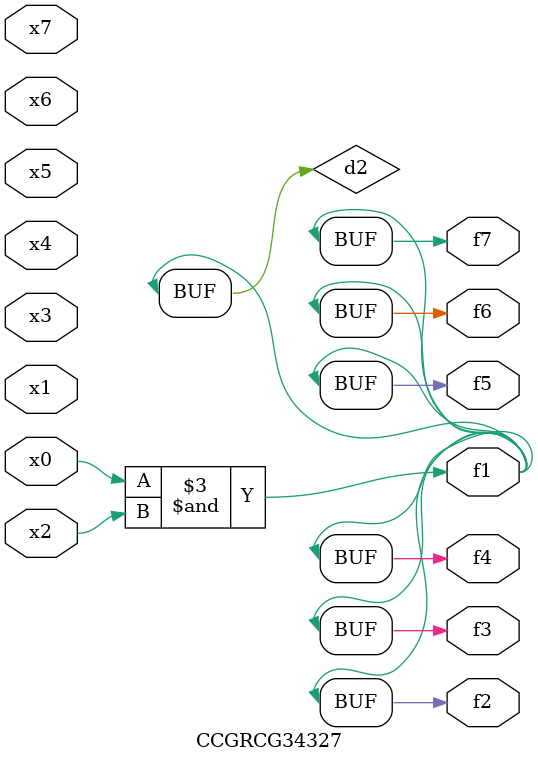
<source format=v>
module CCGRCG34327(
	input x0, x1, x2, x3, x4, x5, x6, x7,
	output f1, f2, f3, f4, f5, f6, f7
);

	wire d1, d2;

	nor (d1, x3, x6);
	and (d2, x0, x2);
	assign f1 = d2;
	assign f2 = d2;
	assign f3 = d2;
	assign f4 = d2;
	assign f5 = d2;
	assign f6 = d2;
	assign f7 = d2;
endmodule

</source>
